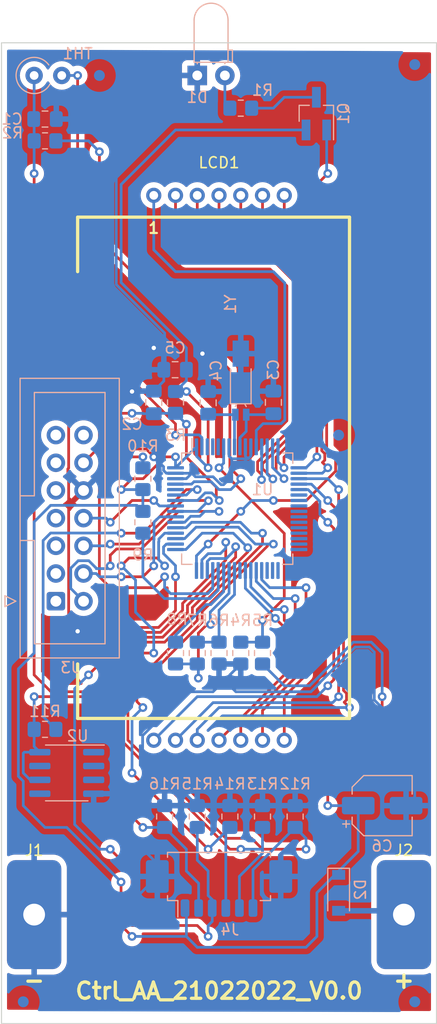
<source format=kicad_pcb>
(kicad_pcb (version 20211014) (generator pcbnew)
  (layers (0 "F.Cu" signal) (31 "B.Cu" signal) (34 "B.Paste" user) (35 "F.Paste" user) (36 "B.SilkS" user "B.Silkscreen") (37 "F.SilkS" user "F.Silkscreen") (38 "B.Mask" user) (39 "F.Mask" user) (44 "Edge.Cuts" user))
  (net 0 "")
  (net 1 "/TEMP1")
  (net 2 "GND")
  (net 3 "/Microcontrolador/~{RESET}")
  (net 4 "/Microcontrolador/XOUT")
  (net 5 "/Microcontrolador/XIN")
  (net 6 "VCC")
  (net 7 "Net-(D1-Pad2)")
  (net 8 "/VBAT")
  (net 10 "/Microcontrolador/TD0")
  (net 12 "/Microcontrolador/TD1")
  (net 14 "/Microcontrolador/TM5")
  (net 16 "/Microcontrolador/TCK")
  (net 21 "/ON_OFF")
  (net 22 "/ECO")
  (net 23 "/SUBIR")
  (net 24 "/BAJAR")
  (net 25 "/MODO")
  (net 26 "/S1")
  (net 27 "/S2")
  (net 28 "/S3")
  (net 29 "/S4")
  (net 30 "/S5")
  (net 31 "/S6")
  (net 32 "/S7")
  (net 33 "/C1")
  (net 34 "/C2")
  (net 35 "/C3")
  (net 36 "/C4")
  (net 37 "/S8")
  (net 38 "/S9")
  (net 39 "/S10")
  (net 40 "/TRANS")
  (net 41 "Net-(Q1-Pad3)")
  (net 42 "/TEMP3")
  (net 43 "/Microcontrolador/VLEVEL")
  (net 44 "/INT3")
  (net 45 "/INT2")
  (net 46 "/INT1")
  (net 47 "/Microcontrolador/PUL2")
  (net 48 "/Microcontrolador/PUL1")
  (net 49 "/Microcontrolador/REF1")
  (net 50 "/Microcontrolador/REF2")
  (net 51 "/TEMP2")
  (footprint "Libreria_Huellas_Ctrl_AA:SolderWirePad_5x10mm_2mmDrill" (layer "F.Cu") (at 128 120)
    (fp_text reference "J2")
    (fp_text value "Conn_01x01_Bateria" hide)
  )
  (footprint "Libreria_Huellas_Ctrl_AA:LCD_91_40898_110A0" (layer "F.Cu") (at 111 49)
    (fp_text reference "LCD1")
    (fp_text value "LCD" hide)
  )
  (footprint "Libreria_Huellas_Ctrl_AA:SolderWirePad_5x10mm_2mmDrill" (layer "F.Cu") (at 94 120)
    (fp_text reference "J1")
    (fp_text value "Conn_01x01_Bateria" hide)
  )
  (footprint "Fiducial:Fiducial_1mm_Mask3mm" (layer "B.Cu") (at 122 76)
    (fp_text reference "REF**" hide)
    (fp_text value "Fiducial_1mm_Mask3mm" hide)
  )
  (footprint "Libreria_Huellas_Ctrl_AA:R_0805_2012Metric_Pad1.20x1.40mm_HandSolder" (layer "B.Cu") (at 106 111 90)
    (fp_text reference "R16")
    (fp_text value "4M7" hide)
  )
  (footprint "Libreria_Huellas_Ctrl_AA:C_0805_2012Metric_Pad1.18x1.45mm_HandSolder" (layer "B.Cu") (at 105 73 90)
    (fp_text reference "C2")
    (fp_text value "0.01u" hide)
  )
  (footprint "Libreria_Huellas_Ctrl_AA:IDC-Header_2x07_P2.54mm_Vertical" (layer "B.Cu") (at 96 91.24)
    (fp_text reference "J3")
    (fp_text value "HEADER7X2_103309-2" hide)
  )
  (footprint "Libreria_Huellas_Ctrl_AA:R_0805_2012Metric_Pad1.20x1.40mm_HandSolder" (layer "B.Cu") (at 118 111 90)
    (fp_text reference "R12")
    (fp_text value "4M7" hide)
  )
  (footprint "Libreria_Huellas_Ctrl_AA:D_SOD-123" (layer "B.Cu") (at 122 118 -90)
    (fp_text reference "D2")
    (fp_text value "BAT46W-E3-08" hide)
  )
  (footprint "Libreria_Huellas_Ctrl_AA:R_Axial_DIN0309_L9.0mm_D3.2mm_P2.54mm_Vertical" (layer "B.Cu") (at 94 43)
    (fp_text reference "TH1")
    (fp_text value "NTCLE100E3221JB0" hide)
  )
  (footprint "Libreria_Huellas_Ctrl_AA:C_0805_2012Metric_Pad1.18x1.45mm_HandSolder" (layer "B.Cu") (at 106.9625 70 180)
    (fp_text reference "C5")
    (fp_text value "0.01")
  )
  (footprint "Fiducial:Fiducial_1mm_Mask3mm" (layer "B.Cu") (at 129 42 180)
    (fp_text reference "REF**" hide)
    (fp_text value "Fiducial_1mm_Mask3mm" hide)
  )
  (footprint "Libreria_Huellas_Ctrl_AA:R_0805_2012Metric_Pad1.20x1.40mm_HandSolder" (layer "B.Cu") (at 112 111 90)
    (fp_text reference "R14")
    (fp_text value "4M7" hide)
  )
  (footprint "Libreria_Huellas_Ctrl_AA:R_0805_2012Metric_Pad1.20x1.40mm_HandSolder" (layer "B.Cu") (at 109 111 90)
    (fp_text reference "R15")
    (fp_text value "4M7" hide)
  )
  (footprint "Libreria_Huellas_Ctrl_AA:LED_D3.0mm_Horizontal_O1.27mm_Z2.0mm" (layer "B.Cu") (at 109 43)
    (fp_text reference "D1")
    (fp_text value "TSAL6100" hide)
  )
  (footprint "Libreria_Huellas_Ctrl_AA:Crystal_SMD_MicroCrystal_MS3V-T1R" (layer "B.Cu") (at 113 71)
    (fp_text reference "Y1")
    (fp_text value "Cristal_MS3V-T1R" hide)
  )
  (footprint "Libreria_Huellas_Ctrl_AA:R_0805_2012Metric_Pad1.20x1.40mm_HandSolder" (layer "B.Cu") (at 95 49)
    (fp_text reference "R2")
    (fp_text value "4k7")
  )
  (footprint "Fiducial:Fiducial_1mm_Mask3mm" (layer "B.Cu") (at 129 128 180)
    (fp_text reference "REF**" hide)
    (fp_text value "Fiducial_1mm_Mask3mm" hide)
  )
  (footprint "Libreria_Huellas_Ctrl_AA:C_0805_2012Metric_Pad1.18x1.45mm_HandSolder" (layer "B.Cu") (at 95 47)
    (fp_text reference "C1")
    (fp_text value "0.1uF" hide)
  )
  (footprint "Libreria_Huellas_Ctrl_AA:SOIC-8_3.9x4.9mm_P1.27mm" (layer "B.Cu") (at 97 107 180)
    (fp_text reference "U2")
    (fp_text value "LM385S-2.5V" hide)
  )
  (footprint "Libreria_Huellas_Ctrl_AA:R_0805_2012Metric_Pad1.20x1.40mm_HandSolder" (layer "B.Cu") (at 107 73 -90)
    (fp_text reference "R3")
    (fp_text value "47k" hide)
  )
  (footprint "Libreria_Huellas_Ctrl_AA:C_0805_2012Metric_Pad1.18x1.45mm_HandSolder" (layer "B.Cu") (at 116 73 90)
    (fp_text reference "C3")
    (fp_text value "15p" hide)
  )
  (footprint "Libreria_Huellas_Ctrl_AA:R_0805_2012Metric_Pad1.20x1.40mm_HandSolder" (layer "B.Cu") (at 109 96 -90)
    (fp_text reference "R7")
    (fp_text value "1M")
  )
  (footprint "Libreria_Huellas_Ctrl_AA:R_0805_2012Metric_Pad1.20x1.40mm_HandSolder" (layer "B.Cu") (at 104 80 90)
    (fp_text reference "R10")
    (fp_text value "4M7" hide)
  )
  (footprint "Libreria_Huellas_Ctrl_AA:SOT-23_Handsoldering" (layer "B.Cu") (at 119.95 46.5 90)
    (fp_text reference "Q1")
    (fp_text value "FDV302P" hide)
  )
  (footprint "Libreria_Huellas_Ctrl_AA:LQFP-64-1EP_10x10mm_P0.5mm" (layer "B.Cu") (at 112.675 82.75 -90)
    (fp_text reference "U1")
    (fp_text value "MSP430F417IPM" hide)
  )
  (footprint "Libreria_Huellas_Ctrl_AA:R_0805_2012Metric_Pad1.20x1.40mm_HandSolder" (layer "B.Cu") (at 113 96 -90)
    (fp_text reference "R4")
    (fp_text value "4M7")
  )
  (footprint "Libreria_Huellas_Ctrl_AA:R_0805_2012Metric_Pad1.20x1.40mm_HandSolder" (layer "B.Cu") (at 113 46 180)
    (fp_text reference "R1")
    (fp_text value "47" hide)
  )
  (footprint "Fiducial:Fiducial_1mm_Mask3mm" (layer "B.Cu") (at 93 128 180)
    (fp_text reference "REF**" hide)
    (fp_text value "Fiducial_1mm_Mask3mm" hide)
  )
  (footprint "Libreria_Huellas_Ctrl_AA:C_0805_2012Metric_Pad1.18x1.45mm_HandSolder" (layer "B.Cu") (at 110 73.0375 90)
    (fp_text reference "C4")
    (fp_text value "15p" hide)
  )
  (footprint "Libreria_Huellas_Ctrl_AA:R_0805_2012Metric_Pad1.20x1.40mm_HandSolder" (layer "B.Cu") (at 115 111 90)
    (fp_text reference "R13")
    (fp_text value "4M7" hide)
  )
  (footprint "Fiducial:Fiducial_1mm_Mask3mm" (layer "B.Cu") (at 100 43 180)
    (fp_text reference "REF**" hide)
    (fp_text value "Fiducial_1mm_Mask3mm" hide)
  )
  (footprint "Libreria_Huellas_Ctrl_AA:R_0805_2012Metric_Pad1.20x1.40mm_HandSolder" (layer "B.Cu") (at 104 84 -90)
    (fp_text reference "R9")
    (fp_text value "4M7")
  )
  (footprint "Libreria_Huellas_Ctrl_AA:Molex_PicoBlade_53261-0671_1x06-1MP_P1.25mm_Horizontal" (layer "B.Cu") (at 111 117)
    (fp_text reference "J4")
    (fp_text value "MOLEX_53261-0671-6P" hide)
  )
  (footprint "Libreria_Huellas_Ctrl_AA:R_0805_2012Metric_Pad1.20x1.40mm_HandSolder" (layer "B.Cu") (at 107 96 -90)
    (fp_text reference "R8")
    (fp_text value "1M")
  )
  (footprint "Libreria_Huellas_Ctrl_AA:R_0805_2012Metric_Pad1.20x1.40mm_HandSolder" (layer "B.Cu") (at 95 103 180)
    (fp_text reference "R11")
    (fp_text value "200k" hide)
  )
  (footprint "Libreria_Huellas_Ctrl_AA:R_0805_2012Metric_Pad1.20x1.40mm_HandSolder" (layer "B.Cu") (at 115 96 90)
    (fp_text reference "R5")
    (fp_text value "4M7")
  )
  (footprint "Libreria_Huellas_Ctrl_AA:R_0805_2012Metric_Pad1.20x1.40mm_HandSolder" (layer "B.Cu") (at 111 96 -90)
    (fp_text reference "R6")
    (fp_text value "1M")
  )
  (footprint "Libreria_Huellas_Ctrl_AA:CP_Elec_5x5.3" (layer "B.Cu") (at 126 110)
    (fp_text reference "C6")
    (fp_text value "C_Polarizado" hide)
  )
  (gr_rect (start 91 40) (end 131 130) (layer "Edge.Cuts") (width 0.1) (fill none))
  (gr_text "+" (at 128 126) (layer "F.SilkS") (effects (font (size 1.5 1.5) (thickness 0.3))))
  (gr_text "Ctrl_AA_21022022_V0.0" (at 111 127) (layer "F.SilkS") (effects (font (size 1.5 1.5) (thickness 0.3))))
  (gr_text "-" (at 94 126) (layer "F.SilkS") (effects (font (size 1.5 1.5) (thickness 0.3))))
  (segment (start 111.618735 85.827825) (end 111.618735 87.474111) (width 0.25) (layer "F.Cu") (net 1))
  (segment (start 103.627604 94.100961) (end 100.825471 96.903094) (width 0.25) (layer "F.Cu") (net 1))
  (segment (start 94 98) (end 94 52) (width 0.25) (layer "F.Cu") (net 1))
  (segment (start 111.618735 87.474111) (end 107.65144 91.441406) (width 0.25) (layer "F.Cu") (net 1))
  (segment (start 107.65144 92.077124) (end 105.627604 94.10096) (width 0.25) (layer "F.Cu") (net 1))
  (segment (start 100.825471 98.538811) (end 99.813802 99.55048) (width 0.25) (layer "F.Cu") (net 1))
  (segment (start 100.825471 96.903094) (end 100.825471 98.538811) (width 0.25) (layer "F.Cu") (net 1))
  (segment (start 105.627604 94.10096) (end 103.627604 94.100961) (width 0.25) (layer "F.Cu") (net 1))
  (segment (start 99.813802 99.55048) (end 95.55048 99.55048) (width 0.25) (layer "F.Cu") (net 1))
  (segment (start 107.65144 91.441406) (end 107.65144 92.077124) (width 0.25) (layer "F.Cu") (net 1))
  (segment (start 95.55048 99.55048) (end 94 98) (width 0.25) (layer "F.Cu") (net 1))
  (via (at 94 52) (size 0.8) (drill 0.4) (layers "F.Cu" "B.Cu") (net 1))
  (via (at 111.618735 85.827825) (size 0.8) (drill 0.4) (layers "F.Cu" "B.Cu") (net 1))
  (segment (start 109.998316 86.87596) (end 109.425 87.449276) (width 0.25) (layer "B.Cu") (net 1))
  (segment (start 94 49) (end 94 52) (width 0.25) (layer "B.Cu") (net 1))
  (segment (start 94 47.0375) (end 93.9625 47) (width 0.25) (layer "B.Cu") (net 1))
  (segment (start 94 49) (end 94 47.0375) (width 0.25) (layer "B.Cu") (net 1))
  (segment (start 111.618735 85.827825) (end 111.618735 86.381265) (width 0.25) (layer "B.Cu") (net 1))
  (segment (start 111.12404 86.87596) (end 109.998316 86.87596) (width 0.25) (layer "B.Cu") (net 1))
  (segment (start 93.9625 47) (end 94 46.9625) (width 0.25) (layer "B.Cu") (net 1))
  (segment (start 111.618735 86.381265) (end 111.12404 86.87596) (width 0.25) (layer "B.Cu") (net 1))
  (segment (start 109.425 87.449276) (end 109.425 88.425) (width 0.25) (layer "B.Cu") (net 1))
  (segment (start 94 46.9625) (end 94 43) (width 0.25) (layer "B.Cu") (net 1))
  (segment (start 105.525 68.525) (end 105 68) (width 0.25) (layer "F.Cu") (net 2))
  (segment (start 104.300103 77.275489) (end 105 77.975386) (width 0.25) (layer "F.Cu") (net 2))
  (segment (start 97.174511 79.026499) (end 97.174511 72.825489) (width 0.25) (layer "F.Cu") (net 2))
  (segment (start 102.344511 77.275489) (end 104.300103 77.275489) (width 0.25) (layer "F.Cu") (net 2))
  (segment (start 98.54 81.08) (end 97.100505 79.640505) (width 0.25) (layer "F.Cu") (net 2))
  (segment (start 97.100505 79.640505) (end 97.174511 79.714511) (width 0.25) (layer "F.Cu") (net 2))
  (segment (start 97.174511 79.714511) (end 97.174511 93.174511) (width 0.25) (layer "F.Cu") (net 2))
  (segment (start 98.54 81.08) (end 102.344511 77.275489) (width 0.25) (layer "F.Cu") (net 2))
  (segment (start 97.100505 79.640505) (end 97.100505 79.100505) (width 0.25) (layer "F.Cu") (net 2))
  (segment (start 97.174511 72.825489) (end 98 72) (width 0.25) (layer "F.Cu") (net 2))
  (segment (start 97.100505 79.100505) (end 97.174511 79.026499) (width 0.25) (layer "F.Cu") (net 2))
  (segment (start 98 72) (end 103 72) (width 0.25) (layer "F.Cu") (net 2))
  (segment (start 97.174511 93.174511) (end 98 94) (width 0.25) (layer "F.Cu") (net 2))
  (segment (start 109.475 68.525) (end 105.525 68.525) (width 0.25) (layer "F.Cu") (net 2))
  (via (at 109.475 68.525) (size 0.8) (drill 0.4) (layers "F.Cu" "B.Cu") (net 2))
  (via (at 105 68) (size 0.8) (drill 0.4) (layers "F.Cu" "B.Cu") (net 2))
  (via (at 98 94) (size 0.8) (drill 0.4) (layers "F.Cu" "B.Cu") (net 2))
  (via (at 103 72) (size 0.8) (drill 0.4) (layers "F.Cu" "B.Cu") (net 2))
  (via (at 105 78) (size 0.8) (drill 0.4) (layers "F.Cu" "B.Cu") (net 2))
  (segment (start 108 80) (end 107 80) (width 0.25) (layer "B.Cu") (net 2))
  (segment (start 101.825 120) (end 105.325 116.5) (width 0.25) (layer "B.Cu") (net 2))
  (segment (start 103 110) (end 106 110) (width 0.25) (layer "B.Cu") (net 2))
  (segment (start 113.665486 78.17452) (end 113.670003 78.170003) (width 0.25) (layer "B.Cu") (net 2))
  (segment (start 120.275489 98.724511) (end 119.44952 99.55048) (width 0.25) (layer "B.Cu") (net 2))
  (segment (start 108.5 79.5) (end 108 80) (width 0.25) (layer "B.Cu") (net 2))
  (segment (start 120 110) (end 120 115) (width 0.25) (layer "B.Cu") (net 2))
  (segment (start 110 70) (end 111.475 68.525) (width 0.25) (layer "B.Cu") (net 2))
  (segment (start 101.905 108.905) (end 103 110) (width 0.25) (layer "B.Cu") (net 2))
  (segment (start 104 72) (end 103 72) (width 0.25) (layer "B.Cu") (net 2))
  (segment (start 111.475 68.525) (end 113 68.525) (width 0.25) (layer "B.Cu") (net 2))
  (segment (start 105.325 116.5) (end 105.325 115.325) (width 0.25) (layer "B.Cu") (net 2))
  (segment (start 105.925 70) (end 105.925 71.0375) (width 0.25) (layer "B.Cu") (net 2))
  (segment (start 108.825969 79.825969) (end 108.5 79.5) (width 0.25) (layer "B.Cu") (net 2))
  (segment (start 104 43) (end 109 43) (width 0.25) (layer "B.Cu") (net 2))
  (segment (start 101 47) (end 101.55048 47.55048) (width 0.25) (layer "B.Cu") (net 2))
  (segment (start 106 68) (end 106 69.925) (width 0.25) (layer "B.Cu") (net 2))
  (segment (start 105 68) (end 106 68) (width 0.25) (layer "B.Cu") (net 2))
  (segment (start 100 94) (end 98 94) (width 0.25) (layer "B.Cu") (net 2))
  (segment (start 106.775561 100.775561) (end 107.775561 99.775561) (width 0.25) (layer "B.Cu") (net 2))
  (segment (start 116 70) (end 116 71.9625) (width 0.25) (layer "B.Cu") (net 2))
  (segment (start 103.975489 104.975489) (end 103.975489 103.575633) (width 0.25) (layer "B.Cu") (net 2))
  (segment (start 122 107) (end 119 110) (width 0.25) (layer "B.Cu") (net 2))
  (segment (start 99 47) (end 100 47) (width 0.25) (layer "B.Cu") (net 2))
  (segment (start 105.325 115.325) (end 103 113) (width 0.25) (layer "B.Cu") (net 2))
  (segment (start 106 110) (end 112 110) (width 0.25) (layer "B.Cu") (net 2))
  (segment (start 119.44952 99.55048) (end 112.55048 99.55048) (width 0.25) (layer "B.Cu") (net 2))
  (segment (start 111.424906 80.55048) (end 111.186198 80.55048) (width 0.25) (layer "B.Cu") (net 2))
  (segment (start 105 71.9625) (end 104.0375 71.9625) (width 0.25) (layer "B.Cu") (net 2))
  (segment (start 124.813802 95.44952) (end 123.525866 95.44952) (width 0.25) (layer "B.Cu") (net 2))
  (segment (start 105.90048 78.90048) (end 105 78) (width 0.25) (layer "B.Cu") (net 2))
  (segment (start 111 97) (end 113 97) (width 0.25) (layer "B.Cu") (net 2))
  (segment (start 113.425 77.934034) (end 113.665486 78.17452) (width 0.25) (layer "B.Cu") (net 2))
  (segment (start 103 113) (end 103 110) (width 0.25) (layer "B.Cu") (net 2))
  (segment (start 112.17452 78.17452) (end 112.17452 80.275489) (width 0.25) (layer "B.Cu") (net 2))
  (segment (start 125.275489 95.911207) (end 124.813802 95.44952) (width 0.25) (layer "B.Cu") (net 2))
  (segment (start 101.55048 62.186198) (end 106 66.635718) (width 0.25) (layer "B.Cu") (net 2))
  (segment (start 111.699897 80.275489) (end 111.424906 80.55048) (width 0.25) (layer "B.Cu") (net 2))
  (segment (start 114.525 68.525) (end 116 70) (width 0.25) (layer "B.Cu") (net 2))
  (segment (start 128.2 107.2) (end 128 107) (width 0.25) (layer "B.Cu") (net 2))
  (segment (start 106 66.635718) (end 106 68) (width 0.25) (layer "B.Cu") (net 2))
  (segment (start 113 68.525) (end 114.525 68.525) (width 0.25) (layer "B.Cu") (net 2))
  (segment (start 99.475 108.905) (end 101.905 108.905) (width 0.25) (layer "B.Cu") (net 2))
  (segment (start 99 47) (end 101 47) (width 0.25) (layer "B.Cu") (net 2))
  (segment (start 103.975489 103.575633) (end 106.775561 100.775561) (width 0.25) (layer "B.Cu") (net 2))
  (segment (start 113.925 77.075) (end 113.925 77.915006) (width 0.25) (layer "B.Cu") (net 2))
  (segment (start 113.925 77.915006) (end 113.670003 78.170003) (width 0.25) (layer "B.Cu") (net 2))
  (segment (start 120 115) (end 118.5 116.5) (width 0.25) (layer "B.Cu") (net 2))
  (segment (start 125.275489 100.300103) (end 125.275489 95.911207) (width 0.25) (layer "B.Cu") (net 2))
  (segment (start 106.159994 79.5) (end 105.90048 79.240486) (width 0.25) (layer "B.Cu") (net 2))
  (segment (start 120.275489 98.699897) (end 120.275489 98.724511) (width 0.25) (layer "B.Cu") (net 2))
  (segment (start 128.2 110) (end 128.2 107.2) (width 0.25) (layer "B.Cu") (net 2))
  (segment (start 101.55048 47.55048) (end 101.55048 62.186198) (width 0.25) (layer "B.Cu") (net 2))
  (segment (start 110 71.925) (end 110 70) (width 0.25) (layer "B.Cu") (net 2))
  (segment (start 105.90048 79.240486) (end 105.90048 78.90048) (width 0.25) (layer "B.Cu") (net 2))
  (segment (start 105.925 71.0375) (end 105 71.9625) (width 0.25) (layer "B.Cu") (net 2))
  (segment (start 110.461687 79.825969) (end 108.825969 79.825969) (width 0.25) (layer "B.Cu") (net 2))
  (segment (start 119 110) (end 118 110) (width 0.25) (layer "B.Cu") (net 2))
  (segment (start 107 79.5) (end 106.159994 79.5) (width 0.25) (layer "B.Cu") (net 2))
  (segment (start 111 99) (end 111 97) (width 0.25) (layer "B.Cu") (net 2))
  (segment (start 108.000642 99.55048) (end 110.44952 99.55048) (width 0.25) (layer "B.Cu") (net 2))
  (segment (start 112 98) (end 113 97) (width 0.25) (layer "B.Cu") (net 2))
  (segment (start 118.5 116.5) (end 116.675 116.5) (width 0.25) (layer "B.Cu") (net 2))
  (segment (start 112 110) (end 115 110) (width 0.25) (layer "B.Cu") (net 2))
  (segment (start 112.55048 99.55048) (end 112 99) (width 0.25) (layer "B.Cu") (net 2))
  (segment (start 123.525866 95.44952) (end 120.275489 98.699897) (width 0.25) (layer "B.Cu") (net 2))
  (segment (start 104.0375 71.9625) (end 104 72) (width 0.25) (layer "B.Cu") (net 2))
  (segment (start 129 109.2) (end 129 104.024614) (width 0.25) (layer "B.Cu") (net 2))
  (segment (start 110.44952 99.55048) (end 111 99) (width 0.25) (layer "B.Cu") (net 2))
  (segment (start 113 68.525) (end 109.475 68.525) (width 0.25) (layer "B.Cu") (net 2))
  (segment (start 106.775561 100.775561) (end 100 94) (width 0.25) (layer "B.Cu") (net 2))
  (segment (start 94 120) (end 101.825 120) (width 0.25) (layer "B.Cu") (net 2))
  (segment (start 108.5 79.5) (end 107 79.5) (width 0.25) (layer "B.Cu") (net 2))
  (segment (start 111.925 77.075) (end 111.925 77.925) (width 0.25) (layer "B.Cu") (net 2))
  (segment (start 107.775561 99.775561) (end 108.000642 99.55048) (width 0.25) (layer "B.Cu") (net 2))
  (segment (start 128 107) (end 122 107) (width 0.25) (layer "B.Cu") (net 2))
  (segment (start 129 104.024614) (end 125.275489 100.300103) (width 0.25) (layer "B.Cu") (net 2))
  (segment (start 96.0375 47) (end 99 47) (width 0.25) (layer "B.Cu") (net 2))
  (segment (start 111.186198 80.55048) (end 110.461687 79.825969) (width 0.25) (layer "B.Cu") (net 2))
  (segment (start 109 110) (end 103.975489 104.975489) (width 0.25) (layer "B.Cu") (net 2))
  (segment (start 115 110) (end 118 110) (width 0.25) (layer "B.Cu") (net 2))
  (segment (start 111.925 77.925) (end 112.17452 78.17452) (width 0.25) (layer "B.Cu") (net 2))
  (segment (start 112.17452 78.17452) (end 113.665486 78.17452) (width 0.25) (layer "B.Cu") (net 2))
  (segment (start 112.17452 80.275489) (end 111.699897 80.275489) (width 0.25) (layer "B.Cu") (net 2))
  (segment (start 128.2 110) (end 129 109.2) (width 0.25) (layer "B.Cu") (net 2))
  (segment (start 118 110) (end 120 110) (width 0.25) (layer "B.Cu") (net 2))
  (segment (start 112 99) (end 112 98) (width 0.25) (layer "B.Cu") (net 2))
  (segment (start 113.425 77.075) (end 113.425 77.934034) (width 0.25) (layer "B.Cu") (net 2))
  (segment (start 100 47) (end 104 43) (width 0.25) (layer "B.Cu") (net 2))
  (segment (start 100 74) (end 103 74) (width 0.25) (layer "F.Cu") (net 3))
  (segment (start 110.749117 81.724727) (end 110.749117 80.773731) (width 0.25) (layer "F.Cu") (net 3))
  (segment (start 98.54 78.54) (end 100 77.08) (width 0.25) (layer "F.Cu") (net 3))
  (segment (start 110.749117 80.773731) (end 108 78.024614) (width 0.25) (layer "F.Cu") (net 3))
  (segment (start 108 78.024614) (end 108 75) (width 0.25) (layer "F.Cu") (net 3))
  (segment (start 100 77.08) (end 100 74) (width 0.25) (layer "F.Cu") (net 3))
  (segment (start 111.02379 81.9994) (end 110.749117 81.724727) (width 0.25) (layer "F.Cu") (net 3))
  (via (at 108 75) (size 0.8) (drill 0.4) (layers "F.Cu" "B.Cu") (net 3))
  (via (at 103 74) (size 0.8) (drill 0.4) (layers "F.Cu" "B.Cu") (net 3))
  (via (at 111.02379 81.9994) (size 0.8) (drill 0.4) (layers "F.Cu" "B.Cu") (net 3))
  (segment (start 104 74) (end 103 74) (width 0.25) (layer "B.Cu") (net 3))
  (segment (start 105 74.0375) (end 104.0375 74.0375) (width 0.25) (layer "B.Cu") (net 3))
  (segment (start 111.02379 81.9994) (end 110.749117 81.724727) (width 0.25) (layer "B.Cu") (net 3))
  (segment (start 110.324709 81.300095) (end 109.724519 81.300095) (width 0.25) (layer "B.Cu") (net 3))
  (segment (start 110.749117 81.724503) (end 110.324709 81.300095) (width 0.25) (layer "B.Cu") (net 3))
  (segment (start 105.0375 74) (end 105 74.0375) (width 0.25) (layer "B.Cu") (net 3))
  (segment (start 109.724519 81.300095) (end 109.024614 82) (width 0.25) (layer "B.Cu") (net 3))
  (segment (start 109.024614 82) (end 107 82) (width 0.25) (layer "B.Cu") (net 3))
  (segment (start 110.749117 81.724727) (end 110.749117 81.724503) (width 0.25) (layer "B.Cu") (net 3))
  (segment (start 107 74) (end 105.0375 74) (width 0.25) (layer "B.Cu") (net 3))
  (segment (start 104.0375 74.0375) (end 104 74) (width 0.25) (layer "B.Cu") (net 3))
  (segment (start 107 74) (end 108 75) (width 0.25) (layer "B.Cu") (net 3))
  (segment (start 115.9125 74.125) (end 113.5 74.125) (width 0.25) (layer "B.Cu") (net 4))
  (segment (start 113.5 75.659994) (end 112.925 76.234994) (width 0.25) (layer "B.Cu") (net 4))
  (segment (start 112.925 76.234994) (end 112.925 77.075) (width 0.25) (layer "B.Cu") (net 4))
  (segment (start 113.5 74.125) (end 113.5 75.659994) (width 0.25) (layer "B.Cu") (net 4))
  (segment (start 116 74.0375) (end 115.9125 74.125) (width 0.25) (layer "B.Cu") (net 4))
  (segment (start 110 74) (end 110.125 74.125) (width 0.25) (layer "B.Cu") (net 5))
  (segment (start 112.425 74.2) (end 112.425 77.075) (width 0.25) (layer "B.Cu") (net 5))
  (segment (start 110.125 74.125) (end 112.5 74.125) (width 0.25) (layer "B.Cu") (net 5))
  (segment (start 112.5 74.125) (end 112.425 74.2) (width 0.25) (layer "B.Cu") (net 5))
  (segment (start 110 74) (end 110 79) (width 0.25) (layer "F.Cu") (net 6))
  (segment (start 105.724511 78.300103) (end 104.024614 80) (width 0.25) (layer "F.Cu") (net 6))
  (segment (start 121 109) (end 121 110) (width 0.25) (layer "F.Cu") (net 6))
  (segment (start 108 72) (end 110 74) (width 0.25) (layer "F.Cu") (net 6))
  (segment (start 126 104) (end 121 109) (width 0.25) (layer "F.Cu") (net 6))
  (segment (start 105.724511 78) (end 105.724511 78.300103) (width 0.25) (layer "F.Cu") (net 6))
  (segment (start 107 78) (end 105.724511 78) (width 0.25) (layer "F.Cu") (net 6))
  (segment (start 103 80) (end 102 81) (width 0.25) (layer "F.Cu") (net 6))
  (segment (start 101.991984 120.991984) (end 103 122) (width 0.25) (layer "F.Cu") (net 6))
  (segment (start 126 100) (end 126 104) (width 0.25) (layer "F.Cu") (net 6))
  (segment (start 104.024614 80) (end 103 80) (width 0.25) (layer "F.Cu") (net 6))
  (segment (start 101.991984 117.008016) (end 101.991984 120.991984) (width 0.25) (layer "F.Cu") (net 6))
  (via (at 102 81) (size 0.8) (drill 0.4) (layers "F.Cu" "B.Cu") (net 6))
  (via (at 110 79) (size 0.8) (drill 0.4) (layers "F.Cu" "B.Cu") (net 6))
  (via (at 103 122) (size 0.8) (drill 0.4) (layers "F.Cu" "B.Cu") (net 6))
  (via (at 101.991984 117.008016) (size 0.8) (drill 0.4) (layers "F.Cu" "B.Cu") (net 6))
  (via (at 108 72) (size 0.8) (drill 0.4) (layers "F.Cu" "B.Cu") (net 6))
  (via (at 107 78) (size 0.8) (drill 0.4) (layers "F.Cu" "B.Cu") (net 6))
  (via (at 126 100) (size 0.8) (drill 0.4) (layers "F.Cu" "B.Cu") (net 6))
  (via (at 121 110) (size 0.8) (drill 0.4) (layers "F.Cu" "B.Cu") (net 6))
  (segment (start 93 110) (end 95 112) (width 0.25) (layer "B.Cu") (net 6))
  (segment (start 93 107.756072) (end 93 110) (width 0.25) (layer "B.Cu") (net 6))
  (segment (start 107.875 119.4) (end 107.875 119.691783) (width 0.25) (layer "B.Cu") (net 6))
  (segment (start 94 96) (end 92.55048 97.44952) (width 0.25) (layer "B.Cu") (net 6))
  (segment (start 123.8 114.2) (end 123.8 110) (width 0.25) (layer "B.Cu") (net 6))
  (segment (start 108 69) (end 108 70) (width 0.25) (layer "B.Cu") (net 6))
  (segment (start 108.925 77.075) (end 107 79) (width 0.25) (layer "B.Cu") (net 6))
  (segment (start 123.8 110) (end 121 110) (width 0.25) (layer "B.Cu") (net 6))
  (segment (start 110 79) (end 108.95048 77.95048) (width 0.25) (layer "B.Cu") (net 6))
  (segment (start 95.513501 82.445489) (end 94 83.95899) (width 0.25) (layer "B.Cu") (net 6))
  (segment (start 107 72) (end 108 72) (width 0.25) (layer "B.Cu") (net 6))
  (segment (start 119 123) (end 120 122) (width 0.25) (layer "B.Cu") (net 6))
  (segment (start 104 83) (end 103.445489 82.445489) (width 0.25) (layer "B.Cu") (net 6))
  (segment (start 108 70) (end 108 71) (width 0.25) (layer "B.Cu") (net 6))
  (segment (start 102 62) (end 108 68) (width 0.25) (layer "B.Cu") (net 6))
  (segment (start 117 99) (end 119.339669 99) (width 0.25) (layer "B.Cu") (net 6))
  (segment (start 119 48) (end 107 48) (width 0.25) (layer "B.Cu") (net 6))
  (segment (start 123.339669 95) (end 125 95) (width 0.25) (layer "B.Cu") (net 6))
  (segment (start 126 96) (end 126 100) (width 0.25) (layer "B.Cu") (net 6))
  (segment (start 108 68) (end 108 69) (width 0.25) (layer "B.Cu") (net 6))
  (segment (start 115 97) (end 117 99) (width 0.25) (layer "B.Cu") (net 6))
  (segment (start 108.95048 77.95048) (end 108.95048 77) (width 0.25) (layer "B.Cu") (net 6))
  (segment (start 101.991984 116.991984) (end 101.991984 117.008016) (width 0.25) (layer "B.Cu") (net 6))
  (segment (start 108 71) (end 107 72) (width 0.25) (layer "B.Cu") (net 6))
  (segment (start 95 112) (end 97 112) (width 0.25) (layer "B.Cu") (net 6))
  (segment (start 109 123) (end 119 123) (width 0.25) (layer "B.Cu") (net 6))
  (segment (start 92.55048 107.306552) (end 93 107.756072) (width 0.25) (layer "B.Cu") (net 6))
  (segment (start 108 119.816783) (end 108 122) (width 0.25) (layer "B.Cu") (net 6))
  (segment (start 119.339669 99) (end 123.339669 95) (width 0.25) (layer "B.Cu") (net 6))
  (segment (start 102 81) (end 104 81) (width 0.25) (layer "B.Cu") (net 6))
  (segment (start 97 112) (end 101.991984 116.991984) (width 0.25) (layer "B.Cu") (net 6))
  (segment (start 103.445489 82.445489) (end 95.513501 82.445489) (width 0.25) (layer "B.Cu") (net 6))
  (segment (start 122 116) (end 123.8 114.2) (width 0.25) (layer "B.Cu") (net 6))
  (segment (start 107.875 119.691783) (end 108 119.816783) (width 0.25) (layer "B.Cu") (net 6))
  (segment (start 120 118) (end 121.65 116.35) (width 0.25) (layer "B.Cu") (net 6))
  (segment (start 121.65 116.35) (end 122 116.35) (width 0.25) (layer "B.Cu") (net 6))
  (segment (start 104 83) (end 104 81) (width 0.25) (layer "B.Cu") (net 6))
  (segment (start 125 95) (end 126 96) (width 0.25) (layer "B.Cu") (net 6))
  (segment (start 122 116.35) (end 122 116) (width 0.25) (layer "B.Cu") (net 6))
  (segment (start 92.55048 97.44952) (end 92.55048 107.306552) (width 0.25) (layer "B.Cu") (net 6))
  (segment (start 120 122) (end 120 118) (width 0.25) (layer "B.Cu") (net 6))
  (segment (start 94 83.95899) (end 94 96) (width 0.25) (layer "B.Cu") (net 6))
  (segment (start 102 53) (end 102 62) (width 0.25) (layer "B.Cu") (net 6))
  (segment (start 108 122) (end 109 123) (width 0.25) (layer "B.Cu") (net 6))
  (segment (start 107 79) (end 107 78) (width 0.25) (layer "B.Cu") (net 6))
  (segment (start 103 122) (end 108 122) (width 0.25) (layer "B.Cu") (net 6))
  (segment (start 107 48) (end 102 53) (width 0.25) (layer "B.Cu") (net 6))
  (segment (start 111.54 43) (end 111.54 45.54) (width 0.25) (layer "B.Cu") (net 7))
  (segment (start 111.54 45.54) (end 112 46) (width 0.25) (layer "B.Cu") (net 7))
  (segment (start 127.65 119.65) (end 128 120) (width 0.5) (layer "B.Cu") (net 8))
  (segment (start 122 119.65) (end 127.65 119.65) (width 0.5) (layer "B.Cu") (net 8))
  (segment (start 101.024614 87) (end 101 87) (width 0.25) (layer "F.Cu") (net 10))
  (segment (start 101.575094 86.44952) (end 101.024614 87) (width 0.25) (layer "F.Cu") (net 10))
  (segment (start 107.271436 83) (end 106.623551 83.647885) (width 0.25) (layer "F.Cu") (net 10))
  (segment (start 106.623551 83.647885) (end 106.623551 83.672499) (width 0.25) (layer "F.Cu") (net 10))
  (segment (start 103.846529 86.44952) (end 101.575094 86.44952) (width 0.25) (layer "F.Cu") (net 10))
  (segment (start 111 83) (end 107.271436 83) (width 0.25) (layer "F.Cu") (net 10))
  (segment (start 101 87) (end 101 88) (width 0.25) (layer "F.Cu") (net 10))
  (segment (start 106.623551 83.672499) (end 103.846529 86.44952) (width 0.25) (layer "F.Cu") (net 10))
  (via (at 101 88) (size 0.8) (drill 0.4) (layers "F.Cu" "B.Cu") (net 10))
  (via (at 111 83) (size 0.8) (drill 0.4) (layers "F.Cu" "B.Cu") (net 10))
  (segment (start 99.714511 88.25048) (end 100.74952 88.25048) (width 0.25) (layer "B.Cu") (net 10))
  (segment (start 99.026499 87.525489) (end 99.714511 88.213501) (width 0.25) (layer "B.Cu") (net 10))
  (segment (start 108.390486 83.44952) (end 107.840006 84) (width 0.25) (layer "B.Cu") (net 10))
  (segment (start 98.54 91.24) (end 97.365489 90.065489) (width 0.25) (layer "B.Cu") (net 10))
  (segment (start 100.74952 88.25048) (end 101 88) (width 0.25) (layer "B.Cu") (net 10))
  (segment (start 109.68493 83) (end 109.235409 83.44952) (width 0.25) (layer "B.Cu") (net 10))
  (segment (start 107.840006 84) (end 107 84) (width 0.25) (layer "B.Cu") (net 10))
  (segment (start 98.053501 87.525489) (end 99.026499 87.525489) (width 0.25) (layer "B.Cu") (net 10))
  (segment (start 97.365489 88.213501) (end 98.053501 87.525489) (width 0.25) (layer "B.Cu") (net 10))
  (segment (start 97.365489 90.065489) (end 97.365489 88.213501) (width 0.25) (layer "B.Cu") (net 10))
  (segment (start 99.714511 88.213501) (end 99.714511 88.25048) (width 0.25) (layer "B.Cu") (net 10))
  (segment (start 109.235409 83.44952) (end 108.390486 83.44952) (width 0.25) (layer "B.Cu") (net 10))
  (segment (start 111 83) (end 109.68493 83) (width 0.25) (layer "B.Cu") (net 10))
  (segment (start 102 89) (end 104 89) (width 0.25) (layer "F.Cu") (net 12))
  (segment (start 104 89) (end 105 88) (width 0.25) (layer "F.Cu") (net 12))
  (via (at 105 88) (size 0.8) (drill 0.4) (layers "F.Cu" "B.Cu") (net 12))
  (via (at 102 89) (size 0.8) (drill 0.4) (layers "F.Cu" "B.Cu") (net 12))
  (segment (start 105 85.612493) (end 105.02452 85.587973) (width 0.25) (layer "B.Cu") (net 12))
  (segment (start 105.275489 83.724511) (end 105.300103 83.724511) (width 0.25) (layer "B.Cu") (net 12))
  (segment (start 98.54 88.7) (end 99.7 88.7) (width 0.25) (layer "B.Cu") (net 12))
  (segment (start 105 88) (end 105 85.612493) (width 0.25) (layer "B.Cu") (net 12))
  (segment (start 105.300103 83.724511) (end 105.524614 83.5) (width 0.25) (layer "B.Cu") (net 12))
  (segment (start 105.02452 83.97548) (end 105.275489 83.724511) (width 0.25) (layer "B.Cu") (net 12))
  (segment (start 105.02452 85.587973) (end 105.02452 83.97548) (width 0.25) (layer "B.Cu") (net 12))
  (segment (start 99.7 88.7) (end 100 89) (width 0.25) (layer "B.Cu") (net 12))
  (segment (start 100 89) (end 102 89) (width 0.25) (layer "B.Cu") (net 12))
  (segment (start 105.524614 83.5) (end 107 83.5) (width 0.25) (layer "B.Cu") (net 12))
  (segment (start 110 82) (end 107.635718 82) (width 0.25) (layer "F.Cu") (net 14))
  (segment (start 107.635718 82) (end 106.174031 83.461687) (width 0.25) (layer "F.Cu") (net 14))
  (segment (start 106.174031 83.461687) (end 106.174031 83.486301) (width 0.25) (layer "F.Cu") (net 14))
  (segment (start 106.174031 83.486301) (end 103.660332 86) (width 0.25) (layer "F.Cu") (net 14))
  (segment (start 103.660332 86) (end 101 86) (width 0.25) (layer "F.Cu") (net 14))
  (segment (start 110.024606 82.024606) (end 110 82) (width 0.25) (layer "F.Cu") (net 14))
  (via (at 110.024606 82.024606) (size 0.8) (drill 0.4) (layers "F.Cu" "B.Cu") (net 14))
  (via (at 101 86) (size 0.8) (drill 0.4) (layers "F.Cu" "B.Cu") (net 14))
  (segment (start 98.54 86.16) (end 100.84 86.16) (width 0.25) (layer "B.Cu") (net 14))
  (segment (start 110.024606 82.024606) (end 109.049212 83) (width 0.25) (layer "B.Cu") (net 14))
  (segment (start 100.84 86.16) (end 101 86) (width 0.25) (layer "B.Cu") (net 14))
  (segment (start 109.049212 83) (end 107 83) (width 0.25) (layer "B.Cu") (net 14))
  (segment (start 101 84) (end 103 82) (width 0.25) (layer "F.Cu") (net 16))
  (segment (start 103 82) (end 105 82) (width 0.25) (layer "F.Cu") (net 16))
  (via (at 101 84) (size 0.8) (drill 0.4) (layers "F.Cu" "B.Cu") (net 16))
  (via (at 105 82) (size 0.8) (drill 0.4) (layers "F.Cu" "B.Cu") (net 16))
  (segment (start 105 82) (end 105.024614 82) (width 0.25) (layer "B.Cu") (net 16))
  (segment (start 100.62 83.62) (end 101 84) (width 0.25) (layer "B.Cu") (net 16))
  (segment (start 105.024614 82) (end 105.524614 82.5) (width 0.25) (layer "B.Cu") (net 16))
  (segment (start 105.524614 82.5) (end 107 82.5) (width 0.25) (layer "B.Cu") (net 16))
  (segment (start 98.54 83.62) (end 100.62 83.62) (width 0.25) (layer "B.Cu") (net 16))
  (segment (start 104 95) (end 101.724511 97.275489) (width 0.25) (layer "F.Cu") (net 21))
  (segment (start 113.645236 86.330166) (end 113.645236 86.719046) (width 0.25) (layer "F.Cu") (net 21))
  (segment (start 101.724511 109.724511) (end 104 112) (width 0.25) (layer "F.Cu") (net 21))
  (segment (start 113.645236 86.719046) (end 108.55048 91.813802) (width 0.25) (layer "F.Cu") (net 21))
  (segment (start 108.55048 92.44952) (end 106 95) (width 0.25) (layer "F.Cu") (net 21))
  (segment (start 101.724511 97.275489) (end 101.724511 109.724511) (width 0.25) (layer "F.Cu") (net 21))
  (segment (start 106 95) (end 104 95) (width 0.25) (layer "F.Cu") (net 21))
  (segment (start 108.55048 91.813802) (end 108.55048 92.44952) (width 0.25) (layer "F.Cu") (net 21))
  (via (at 113.645236 86.330166) (size 0.8) (drill 0.4) (layers "F.Cu" "B.Cu") (net 21))
  (via (at 104 112) (size 0.8) (drill 0.4) (layers "F.Cu" "B.Cu") (net 21))
  (segment (start 108 116) (end 108 114) (width 0.25) (layer "B.Cu") (net 21))
  (segment (start 106 112) (end 104 112) (width 0.25) (layer "B.Cu") (net 21))
  (segment (start 109.125 119.4) (end 109.125 117.125) (width 0.25) (layer "B.Cu") (net 21))
  (segment (start 109.125 117.125) (end 108 116) (width 0.25) (layer "B.Cu") (net 21))
  (segment (start 107.94952 86.5) (end 107 86.5) (width 0.25) (layer "B.Cu") (net 21))
  (segment (start 109.44952 85) (end 107.94952 86.5) (width 0.25) (layer "B.Cu") (net 21))
  (segment (start 108 114) (end 106 112) (width 0.25) (layer "B.Cu") (net 21))
  (segment (start 113.645236 86.330166) (end 112.31507 85) (width 0.25) (layer "B.Cu") (net 21))
  (segment (start 112.31507 85) (end 109.44952 85) (width 0.25) (layer "B.Cu") (net 21))
  (segment (start 107 89) (end 107 92.092846) (width 0.25) (layer "F.Cu") (net 22))
  (segment (start 103 116) (end 103 121) (width 0.25) (layer "F.Cu") (net 22))
  (segment (start 101 114) (end 103 116) (width 0.25) (layer "F.Cu") (net 22))
  (segment (start 109 121) (end 110 122) (width 0.25) (layer "F.Cu") (net 22))
  (segment (start 105.441406 93.65144) (end 103.34856 93.65144) (width 0.25) (layer "F.Cu") (net 22))
  (segment (start 103 121) (end 109 121) (width 0.25) (layer "F.Cu") (net 22))
  (segment (start 107 92.092846) (end 105.441406 93.65144) (width 0.25) (layer "F.Cu") (net 22))
  (segment (start 103.34856 93.65144) (end 99 98) (width 0.25) (layer "F.Cu") (net 22))
  (via (at 107 89) (size 0.8) (drill 0.4) (layers "F.Cu" "B.Cu") (net 22))
  (via (at 110 122) (size 0.8) (drill 0.4) (layers "F.Cu" "B.Cu") (net 22))
  (via (at 99 98) (size 0.8) (drill 0.4) (layers "F.Cu" "B.Cu") (net 22))
  (via (at 101 114) (size 0.8) (drill 0.4) (layers "F.Cu" "B.Cu") (net 22))
  (segment (start 110.375 119.4) (end 110.375 118.625) (width 0.25) (layer "B.Cu") (net 22))
  (segment (start 106.159994 86) (end 105.90048 86.259514) (width 0.25) (layer "B.Cu") (net 22))
  (segment (start 110 121) (end 110.375 120.625) (width 0.25) (layer "B.Cu") (net 22))
  (segment (start 97.72596 111.72596) (end 100 114) (width 0.25) (layer "B.Cu") (net 22))
  (segment (start 107 86) (end 106.159994 86) (width 0.25) (layer "B.Cu") (net 22))
  (segment (start 110.375 118.625) (end 110 118.25) (width 0.25) (layer "B.Cu") (net 22))
  (segment (start 107 87.975386) (end 107 88) (width 0.25) (layer "B.Cu") (net 22))
  (segment (start 110 118.25) (end 110 116) (width 0.25) (layer "B.Cu") (net 22))
  (segment (start 99 98) (end 97.72596 99.27404) (width 0.25) (layer "B.Cu") (net 22))
  (segment (start 110 116) (end 109 115) (width 0.25) (layer "B.Cu") (net 22))
  (segment (start 110 122) (end 110 121) (width 0.25) (layer "B.Cu") (net 22))
  (segment (start 107 88) (end 107 89) (width 0.25) (layer "B.Cu") (net 22))
  (segment (start 105.90048 86.875866) (end 107 87.975386) (width 0.25) (layer "B.Cu") (net 22))
  (segment (start 97.72596 99.27404) (end 97.72596 111.72596) (width 0.25) (layer "B.Cu") (net 22))
  (segment (start 109 115) (end 109 112) (width 0.25) (layer "B.Cu") (net 22))
  (segment (start 110.375 120.625) (end 110.375 119.4) (width 0.25) (layer "B.Cu") (net 22))
  (segment (start 105.90048 86.259514) (end 105.90048 86.875866) (width 0.25) (layer "B.Cu") (net 22))
  (segment (start 100 114) (end 101 114) (width 0.25) (layer "B.Cu") (net 22))
  (segment (start 110 114) (end 103 107) (width 0.25) (layer "F.Cu") (net 23))
  (segment (start 115.44952 86.186198) (end 115.44952 86) (width 0.25) (layer "F.Cu") (net 23))
  (segment (start 106.174031 96.461687) (end 109.44952 93.186198) (width 0.25) (layer "F.Cu") (net 23))
  (segment (start 103.44952 100.44952) (end 103.44952 98.186198) (width 0.25) (layer "F.Cu") (net 23))
  (segment (start 103.44952 98.186198) (end 104.186198 97.44952) (width 0.25) (layer "F.Cu") (net 23))
  (segment (start 105.210812 97.44952) (end 106.174031 96.486301) (width 0.25) (layer "F.Cu") (net 23))
  (segment (start 106.174031 96.486301) (end 106.174031 96.461687) (width 0.25) (layer "F.Cu") (net 23))
  (segment (start 109.44952 92.186198) (end 115.44952 86.186198) (width 0.25) (layer "F.Cu") (net 23))
  (segment (start 104.186198 97.44952) (end 105.210812 97.44952) (width 0.25) (layer "F.Cu") (net 23))
  (segment (start 104 101) (end 103.44952 100.44952) (width 0.25) (layer "F.Cu") (net 23))
  (segment (start 115.44952 86) (end 116 86) (width 0.25) (layer "F.Cu") (net 23))
  (segment (start 109.44952 93.186198) (end 109.44952 92.186198) (width 0.25) (layer "F.Cu") (net 23))
  (via (at 116 86) (size 0.8) (drill 0.4) (layers "F.Cu" "B.Cu") (net 23))
  (via (at 110 114) (size 0.8) (drill 0.4) (layers "F.Cu" "B.Cu") (net 23))
  (via (at 104 101) (size 0.8) (drill 0.4) (layers "F.Cu" "B.Cu") (net 23))
  (via (at 103 107) (size 0.8) (drill 0.4) (layers "F.Cu" "B.Cu") (net 23))
  (segment (start 112.789188 84.44952) (end 114.339668 86) (width 0.25) (layer "B.Cu") (net 23))
  (segment (start 108.890486 84.44952) (end 112.789188 84.44952) (width 0.25) (layer "B.Cu") (net 23))
  (segment (start 107.840006 85.5) (end 108.890486 84.44952) (width 0.25) (layer "B.Cu") (net 23))
  (segment (start 107 85.5) (end 107.840006 85.5) (width 0.25) (layer "B.Cu") (net 23))
  (segment (start 103 102) (end 104 101) (width 0.25) (layer "B.Cu") (net 23))
  (segment (start 111.625 119.4) (end 111.625 112.375) (width 0.25) (layer "B.Cu") (net 23))
  (segment (start 114.339668 86) (end 116 86) (width 0.25) (layer "B.Cu") (net 23))
  (segment (start 111.625 112.375) (end 112 112) (width 0.25) (layer "B.Cu") (net 23))
  (segment (start 112 112) (end 110 114) (width 0.25) (layer "B.Cu") (net 23))
  (segment (start 103 107) (end 103 102) (width 0.25) (layer "B.Cu") (net 23))
  (segment (start 105 96) (end 104 96) (width 0.25) (layer "F.Cu") (net 24))
  (segment (start 102.724511 87.275489) (end 102 88) (width 0.25) (layer "F.Cu") (net 24))
  (segment (start 105.300103 87.275489) (end 102.724511 87.275489) (width 0.25) (layer "F.Cu") (net 24))
  (segment (start 102.174031 104.174031) (end 107 109) (width 0.25) (layer "F.Cu") (net 24))
  (segment (start 106 87.975386) (end 105.300103 87.275489) (width 0.25) (layer "F.Cu") (net 24))
  (segment (start 106 88) (end 106 87.975386) (width 0.25) (layer "F.Cu") (net 24))
  (segment (start 102.174031 97.825969) (end 102.174031 100) (width 0.25) (layer "F.Cu") (net 24))
  (segment (start 102.174031 100) (end 102.174031 104.174031) (width 0.25) (layer "F.Cu") (net 24))
  (segment (start 112 114) (end 113 114) (width 0.25) (layer "F.Cu") (net 24))
  (segment (start 107 109) (end 112 114) (width 0.25) (layer "F.Cu") (net 24))
  (segment (start 104 96) (end 102.174031 97.825969) (width 0.25) (layer "F.Cu") (net 24))
  (via (at 113 114) (size 0.8) (drill 0.4) (layers "F.Cu" "B.Cu") (net 24))
  (via (at 106 88) (size 0.8) (drill 0.4) (layers "F.Cu" "B.Cu") (net 24))
  (via (at 105 96) (size 0.8) (drill 0.4) (layers "F.Cu" "B.Cu") (net 24))
  (via (at 102 88) (size 0.8) (drill 0.4) (layers "F.Cu" "B.Cu") (net 24))
  (segment (start 105.44952 85.798691) (end 105.44952 87.424906) (width 0.25) (layer "B.Cu") (net 24))
  (segment (start 105.44952 87.424906) (end 105.724511 87.699897) (width 0.25) (layer "B.Cu") (net 24))
  (segment (start 112.875 119.4) (end 112.875 116.489282) (width 0.25) (layer "B.Cu") (net 24))
  (segment (start 106 85) (end 105.47404 85.52596) (width 0.25) (layer "B.Cu") (net 24))
  (segment (start 115 114.364282) (end 115 114) (width 0.25) (layer "B.Cu") (net 24))
  (segment (start 105.724511 87.724511) (end 106 88) (width 0.25) (layer "B.Cu") (net 24))
  (segment (start 103.325 89.300386) (end 103.325 92.25) (width 0.25) (layer "B.Cu") (net 24))
  (segment (start 115 114) (end 115 112) (width 0.25) (layer "B.Cu") (net 24))
  (segment (start 105.724511 87.699897) (end 105.724511 87.724511) (width 0.25) (layer "B.Cu") (net 24))
  (segment (start 102.024614 88) (end 103.325 89.300386) (width 0.25) (layer "B.Cu") (net 24))
  (segment (start 107 85) (end 106 85) (width 0.25) (layer "B.Cu") (net 24))
  (segment (start 105 93.925) (end 105 96) (width 0.25) (layer "B.Cu") (net 24))
  (segment (start 105.47404 85.52596) (end 105.47404 85.774171) (width 0.25) (layer "B.Cu") (net 24))
  (segment (start 102 88) (end 102.024614 88) (width 0.25) (layer "B.Cu") (net 24))
  (segment (start 115 114) (end 113 114) (width 0.25) (layer "B.Cu") (net 24))
  (segment (start 112.875 116.489282) (end 115 114.364282) (width 0.25) (layer "B.Cu") (net 24))
  (segment (start 105.47404 85.774171) (end 105.44952 85.798691) (width 0.25) (layer "B.Cu") (net 24))
  (segment (start 103.325 92.25) (end 105 93.925) (width 0.25) (layer "B.Cu") (net 24))
  (segment (start 115 86) (end 109 92) (width 0.25) (layer "F.Cu") (net 25))
  (segment (start 102.623551 103.987833) (end 111.635718 113) (width 0.25) (layer "F.Cu") (net 25))
  (segment (start 109 93) (end 105.724511 96.275489) (width 0.25) (layer "F.Cu") (net 25))
  (segment (start 105.024614 97) (end 103.635718 97) (width 0.25) (layer "F.Cu") (net 25))
  (segment (start 115 114) (end 119 114) (width 0.25) (layer "F.Cu") (net 25))
  (segment (start 115 85) (end 115 86) (width 0.25) (layer "F.Cu") (net 25))
  (segment (start 114 113) (end 115 114) (width 0.25) (layer "F.Cu") (net 25))
  (segment (start 102.623551 98.012167) (end 102.623551 103.987833) (width 0.25) (layer "F.Cu") (net 25))
  (segment (start 103.635718 97) (end 102.623551 98.012167) (width 0.25) (layer "F.Cu") (net 25))
  (segment (start 105.724511 96.275489) (end 105.724511 96.300103) (width 0.25) (layer "F.Cu") (net 25))
  (segment (start 105.724511 96.300103) (end 105.024614 97) (width 0.25) (layer "F.Cu") (net 25))
  (segment (start 109 92) (end 109 93) (width 0.25) (layer "F.Cu") (net 25))
  (segment (start 111.635718 113) (end 114 113) (width 0.25) (layer "F.Cu") (net 25))
  (via (at 115 85) (size 0.8) (drill 0.4) (layers "F.Cu" "B.Cu") (net 25))
  (via (at 119 114) (size 0.8) (drill 0.4) (layers "F.Cu" "B.Cu") (net 25))
  (segment (start 114.125 115.875) (end 118 112) (width 0.25) (layer "B.Cu") (net 25))
  (segment (start 114.125 119.4) (end 114.125 115.875) (width 0.25) (layer "B.Cu") (net 25))
  (segment (start 112.975386 84) (end 108.475724 84) (width 0.25) (layer "B.Cu") (net 25))
  (segment (start 107.975724 84.5) (end 107 84.5) (width 0.25) (layer "B.Cu") (net 25))
  (segment (start 118 112) (end 119 113) (width 0.25) (layer "B.Cu") (net 25))
  (segment (start 115 85) (end 113.975386 85) (width 0.25) (layer "B.Cu") (net 25))
  (segment (start 113.975386 85) (end 112.975386 84) (width 0.25) (layer "B.Cu") (net 25))
  (segment (start 119 113) (end 119 114) (width 0.25) (layer "B.Cu") (net 25))
  (segment (start 108.475724 84) (end 107.975724 84.5) (width 0.25) (layer "B.Cu") (net 25))
  (segment (start 116.712973 74.94952) (end 115.05048 74.94952) (width 0.25) (layer "B.Cu") (net 26))
  (segment (start 117.04952 74.612973) (end 116.712973 74.94952) (width 0.25) (layer "B.Cu") (net 26))
  (segment (start 116 61) (end 117.04952 62.04952) (width 0.25) (layer "B.Cu") (net 26))
  (segment (start 105 59) (end 107 61) (width 0.25) (layer "B.Cu") (net 26))
  (segment (start 107 61) (end 116 61) (width 0.25) (layer "B.Cu") (net 26))
  (segment (start 115.05048 74.94952) (end 114.425 75.575) (width 0.25) (layer "B.Cu") (net 26))
  (segment (start 105 54) (end 105 59) (width 0.25) (layer "B.Cu") (net 26))
  (segment (start 114.425 75.575) (end 114.425 77.075) (width 0.25) (layer "B.Cu") (net 26))
  (segment (start 117.04952 62.04952) (end 117.04952 74.612973) (width 0.25) (layer "B.Cu") (net 26))
  (segment (start 107 59) (end 107 54) (width 0.25) (layer "F.Cu") (net 27))
  (segment (start 118 62) (end 116 60) (width 0.25) (layer "F.Cu") (net 27))
  (segment (start 114.55048 78.44952) (end 118 75) (width 0.25) (layer "F.Cu") (net 27))
  (segment (start 114.912701 80.087299) (end 114.912701 79.622132) (width 0.25) (layer "F.Cu") (net 27))
  (segment (start 114.55048 79.25991) (end 114.55048 78.44952) (width 0.25) (layer "F.Cu") (net 27))
  (segment (start 108 60) (end 107 59) (width 0.25) (layer "F.Cu") (net 27))
  (segment (start 118 75) (end 118 62) (width 0.25) (layer "F.Cu") (net 27))
  (segment (start 114.912701 79.622132) (end 114.55048 79.25991) (width 0.25) (layer "F.Cu") (net 27))
  (segment (start 116 60) (end 108 60) (width 0.25) (layer "F.Cu") (net 27))
  (via (at 114.912701 80.087299) (size 0.8) (drill 0.4) (layers "F.Cu" "B.Cu") (net 27))
  (segment (start 114.912701 80.087299) (end 114.925 80.075) (width 0.25) (layer "B.Cu") (net 27))
  (segment (start 114.925 80.075) (end 114.925 77.075) (width 0.25) (layer "B.Cu") (net 27))
  (segment (start 115 78.635717) (end 118.44952 75.186197) (width 0.25) (layer "F.Cu") (net 28))
  (segment (start 118.44952 61.813803) (end 116.186198 59.55048) (width 0.25) (layer "F.Cu") (net 28))
  (segment (start 118.44952 75.186197) (end 118.44952 61.813803) (width 0.25) (layer "F.Cu") (net 28))
  (segment (start 115 79.073713) (end 115 78.635717) (width 0.25) (layer "F.Cu") (net 28))
  (segment (start 109.55048 59.55048) (end 109 59) (width 0.25) (layer "F.Cu") (net 28))
  (segment (start 115.951142 80.024855) (end 115 79.073713) (width 0.25) (layer "F.Cu") (net 28))
  (segment (start 109 59) (end 109 54) (width 0.25) (layer "F.Cu") (net 28))
  (segment (start 116.186198 59.55048) (end 109.55048 59.55048) (width 0.25) (layer "F.Cu") (net 28))
  (via (at 115.951142 80.024855) (size 0.8) (drill 0.4) (layers "F.Cu" "B.Cu") (net 28))
  (segment (start 115.425 79.575) (end 115.425 77.075) (width 0.25) (layer "B.Cu") (net 28))
  (segment (start 115.951142 80.024855) (end 115.874855 80.024855) (width 0.25) (layer "B.Cu") (net 28))
  (segment (start 115.874855 80.024855) (end 115.425 79.575) (width 0.25) (layer "B.Cu") (net 28))
  (segment (start 119 61.728564) (end 116.372396 59.10096) (width 0.25) (layer "F.Cu") (net 29))
  (segment (start 112.10096 59.10096) (end 111 58) (width 0.25) (layer "F.Cu") (net 29))
  (segment (start 116.250989 79.300103) (end 116.250989 78.020446) (width 0.25) (layer "F.Cu") (net 29))
  (segment (start 111 58) (end 111 54) (width 0.25) (layer "F.Cu") (net 29))
  (segment (start 116.250989 78.020446) (end 119 75.271435) (width 0.25) (layer "F.Cu") (net 29))
  (segment (start 116.950886 80) (end 116.250989 79.300103) (width 0.25) (layer "F.Cu") (net 29))
  (segment (start 116.372396 59.10096) (end 112.10096 59.10096) (width 0.25) (layer "F.Cu") (net 29))
  (segment (start 116.9755 80) (end 116.950886 80) (width 0.25) (layer "F.Cu") (net 29))
  (segment (start 119 75.271435) (end 119 61.728564) (width 0.25) (layer "F.Cu") (net 29))
  (via (at 116.9755 80) (size 0.8) (drill 0.4) (layers "F.Cu" "B.Cu") (net 29))
  (segment (start 116.9755 80) (end 116.950886 80) (width 0.25) (layer "B.Cu") (net 29))
  (segment (start 115.925 78.974114) (end 115.925 77.075) (width 0.25) (layer "B.Cu") (net 29))
  (segment (start 116.950886 80) (end 115.925 78.974114) (width 0.25) (layer "B.Cu") (net 29))
  (segment (start 113 58) (end 113 54) (width 0.25) (layer "F.Cu") (net 30))
  (segment (start 119.44952 61.542366) (end 116.558594 58.65144) (width 0.25) (layer "F.Cu") (net 30))
  (segment (start 119.44952 75.55048) (end 119.44952 61.542366) (width 0.25) (layer "F.Cu") (net 30))
  (segment (start 116.9755 78.0245) (end 119.44952 75.55048) (width 0.25) (layer "F.Cu") (net 30))
  (segment (start 116.558594 58.65144) (end 113.65144 58.65144) (width 0.25) (layer "F.Cu") (net 30))
  (segment (start 113.65144 58.65144) (end 113 58) (width 0.25) (layer "F.Cu") (net 30))
  (segment (start 116.9755 79) (end 116.9755 78.0245) (width 0.25) (layer "F.Cu") (net 30))
  (via (at 116.9755 79) (size 0.8) (drill 0.4) (layers "F.Cu" "B.Cu") (net 30))
  (segment (start 116.9755 79) (end 116.425 78.4495) (width 0.25) (layer "B.Cu") (net 30))
  (segment (start 116.425 78.4495) (end 116.425 77.075) (width 0.25) (layer "B.Cu") (net 30))
  (segment (start 115 57) (end 115 54) (width 0.25) (layer "F.Cu") (net 31))
  (segment (start 120 61.457129) (end 116.542871 58) (width 0.25) (layer "F.Cu") (net 31))
  (segment (start 116.542871 58) (end 116 58) (width 0.25) (layer "F.Cu") (net 31))
  (segment (start 116 58) (end 115 57) (width 0.25) (layer "F.Cu") (net 31))
  (segment (start 120 78) (end 120 61.457129) (width 0.25) (layer "F.Cu") (net 31))
  (via (at 120 78) (size 0.8) (drill 0.4) (layers "F.Cu" "B.Cu") (net 31))
  (segment (start 119 79) (end 120 78) (width 0.25) (layer "B.Cu") (net 31))
  (segment (start 118.35 79) (end 119 79) (width 0.25) (layer "B.Cu") (net 31))
  (segment (start 120.44952 77.424906) (end 120.44952 61.270932) (width 0.25) (layer "F.Cu") (net 32))
  (segment (start 117 57.821412) (end 117 54) (width 0.25) (layer "F.Cu") (net 32))
  (segment (start 120.724511 77.699897) (end 120.44952 77.424906) (width 0.25) (layer "F.Cu") (net 32))
  (segment (start 120.44952 61.270932) (end 117 57.821412) (width 0.25) (layer "F.Cu") (net 32))
  (segment (start 120.512307 78.512307) (end 120.724511 78.300103) (width 0.25) (layer "F.Cu") (net 32))
  (segment (start 121 79) (end 120.512307 78.512307) (width 0.25) (layer "F.Cu") (net 32))
  (segment (start 120.724511 78.300103) (end 120.724511 77.699897) (width 0.25) (layer "F.Cu") (net 32))
  (via (at 121 79) (size 0.8) (drill 0.4) (layers "F.Cu" "B.Cu") (net 32))
  (segment (start 118.35 79.5) (end 120.5 79.5) (width 0.25) (layer "B.Cu") (net 32))
  (segment (start 120.5 79.5) (end 121 79) (width 0.25) (layer "B.Cu") (net 32))
  (segment (start 119 90) (end 119 98) (width 0.25) (layer "F.Cu") (net 33))
  (segment (start 117 100) (end 117 104) (width 0.25) (layer "F.Cu") (net 33))
  (segment (start 119 98) (end 117 100) (width 0.25) (layer "F.Cu") (net 33))
  (via (at 119 90) (size 0.8) (drill 0.4) (layers "F.Cu" "B.Cu") (net 33))
  (segment (start 119 90) (end 115.659994 90) (width 0.25) (layer "B.Cu") (net 33))
  (segment (start 114.925 89.265006) (end 114.925 88.425) (width 0.25) (layer "B.Cu") (net 33))
  (segment (start 115.659994 90) (end 114.925 89.265006) (width 0.25) (layer "B.Cu") (net 33))
  (segment (start 115 104) (end 115 101.271436) (width 0.25) (layer "F.Cu") (net 34))
  (segment (start 115 101.271436) (end 118 98.271436) (width 0.25) (layer "F.Cu") (net 34))
  (segment (start 118 98.271436) (end 118 91) (width 0.25) (layer "F.Cu") (net 34))
  (via (at 118 91) (size 0.8) (drill 0.4) (layers "F.Cu" "B.Cu") (net 34))
  (segment (start 115.5 90.5) (end 116 91) (width 0.25) (layer "B.Cu") (net 34))
  (segment (start 116 91) (end 118 91) (width 0.25) (layer "B.Cu") (net 34))
  (segment (start 114.425 88.425) (end 114.425 89.425) (width 0.25) (layer "B.Cu") (net 34))
  (segment (start 114.425 89.425) (end 115.5 90.5) (width 0.25) (layer "B.Cu") (net 34))
  (segment (start 117.44952 98.186198) (end 113 102.635718) (width 0.25) (layer "F.Cu") (net 35))
  (segment (start 117 92) (end 117 93) (width 0.25) (layer "F.Cu") (net 35))
  (segment (start 117.44952 93.449521) (end 117.44952 98.186198) (width 0.25) (layer "F.Cu") (net 35))
  (segment (start 113 102.635718) (end 113 104) (width 0.25) (layer "F.Cu") (net 35))
  (segment (start 117 93) (end 117.44952 93.449521) (width 0.25) (layer "F.Cu") (net 35))
  (via (at 117 92) (size 0.8) (drill 0.4) (layers "F.Cu" "B.Cu") (net 35))
  (segment (start 117 92) (end 116 92) (width 0.25) (layer "B.Cu") (net 35))
  (segment (start 113.925 89.925) (end 113.925 88.425) (width 0.25) (layer "B.Cu") (net 35))
  (segment (start 116 92) (end 113.925 89.925) (width 0.25) (layer "B.Cu") (net 35))
  (segment (start 117 93.635718) (end 116.182141 92.817859) (width 0.25) (layer "F.Cu") (net 36))
  (segment (start 117 98) (end 117 93.635718) (width 0.25) (layer "F.Cu") (net 36))
  (segment (start 111 104) (end 117 98) (width 0.25) (layer "F.Cu") (net 36))
  (via (at 116.182141 92.817859) (size 0.8) (drill 0.4) (layers "F.Cu" "B.Cu") (net 36))
  (segment (start 113.425 90.060718) (end 113.425 88.425) (width 0.25) (layer "B.Cu") (net 36))
  (segment (start 116.182141 92.817859) (end 113.425 90.060718) (width 0.25) (layer "B.Cu") (net 36))
  (segment (start 122.44952 82.813802) (end 122 82.364282) (width 0.25) (layer "F.Cu") (net 37))
  (segment (start 122.44952 99.424906) (end 122.44952 82.813802) (width 0.25) (layer "F.Cu") (net 37))
  (segment (start 122 82.364282) (end 122 81) (width 0.25) (layer "F.Cu") (net 37))
  (segment (start 122.724511 100.300103) (end 122.724511 99.699897) (width 0.25) (layer "F.Cu") (net 37))
  (segment (start 123 101) (end 122.512307 100.512307) (width 0.25) (layer "F.Cu") (net 37))
  (segment (start 122.724511 99.699897) (end 122.44952 99.424906) (width 0.25) (layer "F.Cu") (net 37))
  (segment (start 122.512307 100.512307) (end 122.724511 100.300103) (width 0.25) (layer "F.Cu") (net 37))
  (via (at 123 101) (size 0.8) (drill 0.4) (layers "F.Cu" "B.Cu") (net 37))
  (via (at 122 81) (size 0.8) (drill 0.4) (layers "F.Cu" "B.Cu") (net 37))
  (segment (start 109 104) (end 109 103) (width 0.25) (layer "B.Cu") (net 37))
  (segment (start 122 81) (end 121 80) (width 0.25) (layer "B.Cu") (net 37))
  (segment (start 111 101) (end 119 101) (width 0.25) (layer "B.Cu") (net 37))
  (segment (start 119 101) (end 120 101) (width 0.25) (layer "B.Cu") (net 37))
  (segment (start 120 101) (end 123 101) (width 0.25) (layer "B.Cu") (net 37))
  (segment (start 121 80) (end 118.35 80) (width 0.25) (layer "B.Cu") (net 37))
  (segment (start 109 103) (end 111 101) (width 0.25) (layer "B.Cu") (net 37))
  (segment (start 122 100) (end 122 92) (width 0.25) (layer "F.Cu") (net 38))
  (segment (start 122 83) (end 121 82) (width 0.25) (layer "F.Cu") (net 38))
  (segment (start 122 92) (end 122 83) (width 0.25) (layer "F.Cu") (net 38))
  (via (at 121 82) (size 0.8) (drill 0.4) (layers "F.Cu" "B.Cu") (net 38))
  (via (at 122 100) (size 0.8) (drill 0.4) (layers "F.Cu" "B.Cu") (net 38))
  (segment (start 121 100.55048) (end 121.44952 100.55048) (width 0.25) (layer "B.Cu") (net 38))
  (segment (start 119.5 80.5) (end 118.35 80.5) (width 0.25) (layer "B.Cu") (net 38))
  (segment (start 120.44952 100.55048) (end 110.44952 100.55048) (width 0.25) (layer "B.Cu") (net 38))
  (segment (start 121 82) (end 119.5 80.5) (width 0.25) (layer "B.Cu") (net 38))
  (segment (start 110.44952 100.55048) (end 107 104) (width 0.25) (layer "B.Cu") (net 38))
  (segment (start 120.44952 100.55048) (end 121 100.55048) (width 0.25) (layer "B.Cu") (net 38))
  (segment (start 121.44952 100.55048) (end 122 100) (width 0.25) (layer "B.Cu") (net 38))
  (segment (start 121.55048 84.55048) (end 121.55048 98.44952) (width 0.25) (layer "F.Cu") (net 39))
  (segment (start 121.55048 98.44952) (end 121 99) (width 0.25) (layer "F.Cu") (net 39))
  (segment (start 121 84) (end 121.55048 84.55048) (width 0.25) (layer "F.Cu") (net 39))
  (via (at 121 84) (size 0.8) (drill 0.4) (layers "F.Cu" "B.Cu") (net 39))
  (via (at 121 99) (size 0.8) (drill 0.4) (layers "F.Cu" "B.Cu") (net 39))
  (segment (start 120.275489 82.085483) (end 119.190006 81) (width 0.25) (layer "B.Cu") (net 39))
  (segment (start 119.190006 81) (end 119 81) (width 0.25) (layer "B.Cu") (net 39))
  (segment (start 120 100) (end 121 99) (width 0.25) (layer "B.Cu") (net 39))
  (segment (start 109 100) (end 119 100) (width 0.25) (layer "B.Cu") (net 39))
  (segment (start 119 100) (end 120 100) (width 0.25) (layer "B.Cu") (net 39))
  (segment (start 121 84) (end 120.275489 83.275489) (width 0.25) (layer "B.Cu") (net 39))
  (segment (start 120.275489 83.275489) (end 120.275489 82.085483) (width 0.25) (layer "B.Cu") (net 39))
  (segment (start 105 104) (end 109 100) (width 0.25) (layer "B.Cu") (net 39))
  (segment (start 118 55) (end 118 58.185694) (width 0.25) (layer "F.Cu") (net 40))
  (segment (start 120.89904 77.238708) (end 121.724511 78.064179) (width 0.25) (layer "F.Cu") (net 40))
  (segment (start 121.724511 79.300103) (end 119.024614 82) (width 0.25) (layer "F.Cu") (net 40))
  (segment (start 120.89904 61.084735) (end 120.89904 77.238708) (width 0.25) (layer "F.Cu") (net 40))
  (segment (start 110 86) (end 113 83) (width 0.25) (layer "F.Cu") (net 40))
  (segment (start 118 58.185694) (end 120.89904 61.084735) (width 0.25) (layer "F.Cu") (net 40))
  (segment (start 121.724511 78.064179) (end 121.724511 79.300103) (width 0.25) (layer "F.Cu") (net 40))
  (segment (start 119.024614 82) (end 116 82) (width 0.25) (layer "F.Cu") (net 40))
  (segment (start 121 52) (end 118 55) (width 0.25) (layer "F.Cu") (net 40))
  (via (at 113 83) (size 0.8) (drill 0.4) (layers "F.Cu" "B.Cu") (net 40))
  (via (at 110 86) (size 0.8) (drill 0.4) (layers "F.Cu" "B.Cu") (net 40))
  (via (at 121 52) (size 0.8) (drill 0.4) (layers "F.Cu" "B.Cu") (net 40))
  (via (at 116 82) (size 0.8) (drill 0.4) (layers "F.Cu" "B.Cu") (net 40))
  (segment (start 113 83) (end 114 82) (width 0.25) (layer "B.Cu") (net 40))
  (segment (start 108.925 88.425) (end 108.925 87.075) (width 0.25) (layer "B.Cu") (net 40))
  (segment (start 108.925 87.075) (end 110 86) (width 0.25) (layer "B.Cu") (net 40))
  (segment (start 121 52) (end 120.9 51.9) (width 0.25) (layer "B.Cu") (net 40))
  (segment (start 120.9 51.9) (end 120.9 48) (width 0.25) (layer "B.Cu") (net 40))
  (segment (start 114 82) (end 116 82) (width 0.25) (layer "B.Cu") (net 40))
  (segment (start 116 46) (end 117 45) (width 0.25) (layer "B.Cu") (net 41))
  (segment (start 114 46) (end 116 46) (width 0.25) (layer "B.Cu") (net 41))
  (segment (start 117 45) (end 119.95 45) (width 0.25) (layer "B.Cu") (net 41))
  (segment (start 113 80) (end 112 79) (width 0.25) (layer "F.Cu") (net 42))
  (segment (start 112 70.025386) (end 100 58.025386) (width 0.25) (layer "F.Cu") (net 42))
  (segment (start 112 79) (end 112 70.025386) (width 0.25) (layer "F.Cu") (net 42))
  (segment (start 100 58.025386) (end 100 50) (width 0.25) (layer "F.Cu") (net 42))
  (via (at 100 50) (size 0.8) (drill 0.4) (layers "F.Cu" "B.Cu") (net 42))
  (via (at 113 80) (size 0.8) (drill 0.4) (layers "F.Cu" "B.Cu") (net 42))
  (segment (start 96 49) (end 99 49) (width 0.25) (layer "B.Cu") (net 42))
  (segment (start 113 80.085726) (end 112.085726 81) (width 0.25) (layer "B.Cu") (net 42))
  (segment (start 110.275489 80.275489) (end 108.699897 80.275489) (width 0.25) (layer "B.Cu") (net 42))
  (segment (start 112.085726 81) (end 111 81) (width 0.25) (layer "B.Cu") (net 42))
  (segment (start 108.699897 80.275489) (end 108.475386 80.5) (width 0.25) (layer "B.Cu") (net 42))
  (segment (start 108.475386 80.5) (end 107 80.5) (width 0.25) (layer "B.Cu") (net 42))
  (segment (start 111 81) (end 110.275489 80.275489) (width 0.25) (layer "B.Cu") (net 42))
  (segment (start 113 80) (end 113 80.085726) (width 0.25) (layer "B.Cu") (net 42))
  (segment (start 99 49) (end 100 50) (width 0.25) (layer "B.Cu") (net 42))
  (segment (start 117 86) (end 117 90.975386) (width 0.25) (layer "F.Cu") (net 43))
  (segment (start 115 92.975386) (end 115 93) (width 0.25) (layer "F.Cu") (net 43))
  (segment (start 117 85.024614) (end 117 86) (width 0.25) (layer "F.Cu") (net 43))
  (segment (start 111 79.024614) (end 117 85.024614) (width 0.25) (layer "F.Cu") (net 43))
  (segment (start 117 90.975386) (end 115 92.975386) (width 0.25) (layer "F.Cu") (net 43))
  (segment (start 111 79) (end 111 79.024614) (width 0.25) (layer "F.Cu") (net 43))
  (via (at 111 79) (size 0.8) (drill 0.4) (layers "F.Cu" "B.Cu") (net 43))
  (via (at 115 93) (size 0.8) (drill 0.4) (layers "F.Cu" "B.Cu") (net 43))
  (segment (start 111.425 78.575) (end 111 79) (width 0.25) (layer "B.Cu") (net 43))
  (segment (start 111.425 77.075) (end 111.425 78.575) (width 0.25) (layer "B.Cu") (net 43))
  (segment (start 113 95) (end 115 95) (width 0.25) (layer "B.Cu") (net 43))
  (segment (start 115 95) (end 115 93) (width 0.25) (layer "B.Cu") (net 43))
  (segment (start 110.225 93.375) (end 109.896436 93.375) (width 0.25) (layer "F.Cu") (net 44))
  (segment (start 109.896436 93.375) (end 109.1 94.171436) (width 0.25) (layer "F.Cu") (net 44))
  (segment (start 109.1 94.171436) (end 109.1 98.3) (width 0.25) (layer "F.Cu") (net 44))
  (via (at 109.1 98.3) (size 0.8) (drill 0.4) (layers "F.Cu" "B.Cu") (net 44))
  (via (at 110.225 93.375) (size 0.8) (drill 0.4) (layers "F.Cu" "B.Cu") (net 44))
  (segment (start 110.225 93.375) (end 110.2 93.35) (width 0.25) (layer "B.Cu") (net 44))
  (segment (start 107 97) (end 109 97) (width 0.25) (layer "B.Cu") (net 44))
  (segment (start 110.2 93.35) (end 110.2 92.234296) (width 0.25) (layer "B.Cu") (net 44))
  (segment (start 109 97) (end 109.1 97.1) (width 0.25) (layer "B.Cu") (net 44))
  (segment (start 110.2 92.234296) (end 111.925 90.509296) (width 0.25) (layer "B.Cu") (net 44))
  (segment (start 111.925 90.509296) (end 111.925 88.425) (width 0.25) (layer "B.Cu") (net 44))
  (segment (start 109.1 97.1) (end 109.1 98.3) (width 0.25) (layer "B.Cu") (net 44))
  (segment (start 111 92.070014) (end 111 95) (width 0.25) (layer "B.Cu") (net 45))
  (segment (start 112.425 88.425) (end 112.425 90.645014) (width 0.25) (layer "B.Cu") (net 45))
  (segment (start 109 95) (end 111 95) (width 0.25) (layer "B.Cu") (net 45))
  (segment (start 112.425 90.645014) (end 111 92.070014) (width 0.25) (layer "B.Cu") (net 45))
  (segment (start 107 94.364283) (end 107 95) (width 0.25) (layer "B.Cu") (net 46))
  (segment (start 111.425 90.373579) (end 110.248098 91.55048) (width 0.25) (layer "B.Cu") (net 46))
  (segment (start 110.248098 91.55048) (end 109.813803 91.55048) (width 0.25) (layer "B.Cu") (net 46))
  (segment (start 111.425 88.425) (end 111.425 90.373579) (width 0.25) (layer "B.Cu") (net 46))
  (segment (start 109.813803 91.55048) (end 107 94.364283) (width 0.25) (layer "B.Cu") (net 46))
  (segment (start 104 89) (end 105.55048 90.550479) (width 0.25) (layer "B.Cu") (net 47))
  (segment (start 105.55048 90.550479) (end 105.55048 90.562787) (width 0.25) (layer "B.Cu") (net 47))
  (segment (start 105.987693 91) (end 110.162862 91) (width 0.25) (layer "B.Cu") (net 47))
  (segment (start 105.55048 90.562787) (end 105.987693 91) (width 0.25) (layer "B.Cu") (net 47))
  (segment (start 104 85) (end 104 89) (width 0.25) (layer "B.Cu") (net 47))
  (segment (start 110.162862 91) (end 110.925 90.237862) (width 0.25) (layer "B.Cu") (net 47))
  (segment (start 110.925 90.237862) (end 110.925 88.425) (width 0.25) (layer "B.Cu") (net 47))
  (segment (start 100 80.255718) (end 102.255718 78) (width 0.25) (layer "F.Cu") (net 48))
  (segment (start 100 89) (end 100 80.255718) (width 0.25) (layer "F.Cu") (net 48))
  (segment (start 102.255718 78) (end 104 78) (width 0.25) (layer "F.Cu") (net 48))
  (segment (start 105 90) (end 101 90) (width 0.25) (layer "F.Cu") (net 48))
  (segment (start 101 90) (end 100 89) (width 0.25) (layer "F.Cu") (net 48))
  (segment (start 106 89) (end 105 90) (width 0.25) (layer "F.Cu") (net 48))
  (via (at 106 89) (size 0.8) (drill 0.4) (layers "F.Cu" "B.Cu") (net 48))
  (via (at 104 78) (size 0.8) (drill 0.4) (layers "F.Cu" "B.Cu") (net 48))
  (segment (start 109.976664 90.55048) (end 110.425 90.102144) (width 0.25) (layer "B.Cu") (net 48))
  (segment (start 106 90) (end 106.55048 90.55048) (width 0.25) (layer "B.Cu") (net 48))
  (segment (start 106.55048 90.55048) (end 109.976664 90.55048) (width 0.25) (layer "B.Cu") (net 48))
  (segment (start 104 79) (end 104 78) (width 0.25) (layer "B.Cu") (net 48))
  (segment (start 106 89) (end 106 90) (width 0.25) (layer "B.Cu") (net 48))
  (segment (start 110.425 90.102144) (end 110.425 88.425) (width 0.25) (layer "B.Cu") (net 48))
  (segment (start 108 81) (end 105.724511 83.275489) (width 0.25) (layer "F.Cu") (net 49))
  (segment (start 109 81) (end 108 81) (width 0.25) (layer "F.Cu") (net 49))
  (segment (start 105.724511 83.275489) (end 105.724511 83.300103) (width 0.25) (layer "F.Cu") (net 49))
  (segment (start 104.024614 85) (end 102 85) (width 0.25) (layer "F.Cu") (net 49))
  (segment (start 105.724511 83.300103) (end 104.024614 85) (width 0.25) (layer "F.Cu") (net 49))
  (via (at 109 81) (size 0.8) (drill 0.4) (layers "F.Cu" "B.Cu") (net 49))
  (via (at 102 85) (size 0.8) (drill 0.4) (layers "F.Cu" "B.Cu") (net 49))
  (segment (start 108.5 81) (end 109 81) (width 0.25) (layer "B.Cu") (net 49))
  (segment (start 94.825489 85.673501) (end 94.825489 101.825489) (width 0.25) (layer "B.Cu") (net 49))
  (segment (start 108 81.5) (end 108.5 81) (width 0.25) (layer "B.Cu") (net 49))
  (segment (start 95.513501 84.985489) (end 94.825489 85.673501) (width 0.25) (layer "B.Cu") (net 49))
  (segment (start 102 85) (end 101.985489 84.985489) (width 0.25) (layer "B.Cu") (net 49))
  (segment (start 107 81.5) (end 108 81.5) (width 0.25) (layer "B.Cu") (net 49))
  (segment (start 94.825489 101.825489) (end 96 103) (width 0.25) (layer "B.Cu") (net 49))
  (segment (start 101.985489 84.985489) (end 95.513501 84.985489) (width 0.25) (layer "B.Cu") (net 49))
  (segment (start 112.52966 87.198904) (end 108.10096 91.627604) (width 0.25) (layer "F.Cu") (net 50))
  (segment (start 112.52966 86.239188) (end 112.52966 87.198904) (width 0.25) (layer "F.Cu") (net 50))
  (segment (start 101.274991 97.089291) (end 101.274991 98.725009) (width 0.25) (layer "F.Cu") (net 50))
  (segment (start 100 100) (end 94 100) (width 0.25) (layer "F.Cu") (net 50))
  (segment (start 101.274991 98.725009) (end 100 100) (width 0.25) (layer "F.Cu") (net 50))
  (segment (start 108.10096 92.263322) (end 105.813802 94.55048) (width 0.25) (layer "F.Cu") (net 50))
  (segment (start 103.55048 94.813803) (end 101.274991 97.089291) (width 0.25) (layer "F.Cu") (net 50))
  (segment (start 105.813802 94.55048) (end 103.813802 94.55048) (width 0.25) (layer "F.Cu") (net 50))
  (segment (start 103.813802 94.55048) (end 103.55048 94.813803) (width 0.25) (layer "F.Cu") (net 50))
  (segment (start 108.10096 91.627604) (end 108.10096 92.263322) (width 0.25) (layer "F.Cu") (net 50))
  (via (at 112.52966 86.239188) (size 0.8) (drill 0.4) (layers "F.Cu" "B.Cu") (net 50))
  (via (at 94 100) (size 0.8) (drill 0.4) (layers "F.Cu" "B.Cu") (net 50))
  (segment (start 109.925 87.584994) (end 109.925 88.425) (width 0.25) (layer "B.Cu") (net 50))
  (segment (start 112.52966 86.47034) (end 111.67452 87.32548) (width 0.25) (layer "B.Cu") (net 50))
  (segment (start 110.184514 87.32548) (end 109.925 87.584994) (width 0.25) (layer "B.Cu") (net 50))
  (segment (start 94 103) (end 94 104.57) (width 0.25) (layer "B.Cu") (net 50))
  (segment (start 112.52966 86.239188) (end 112.52966 86.47034) (width 0.25) (layer "B.Cu") (net 50))
  (segment (start 93 107) (end 93.635 107.635) (width 0.25) (layer "B.Cu") (net 50))
  (segment (start 93.095 105.095) (end 93 105.19) (width 0.25) (layer "B.Cu") (net 50))
  (segment (start 111.67452 87.32548) (end 110.184514 87.32548) (width 0.25) (layer "B.Cu") (net 50))
  (segment (start 93.635 107.635) (end 94.525 107.635) (width 0.25) (layer "B.Cu") (net 50))
  (segment (start 94 103) (end 94 101) (width 0.25) (layer "B.Cu") (net 50))
  (segment (start 94 101) (end 94 100) (width 0.25) (layer "B.Cu") (net 50))
  (segment (start 94.525 105.095) (end 93.095 105.095) (width 0.25) (layer "B.Cu") (net 50))
  (segment (start 94 104.57) (end 94.525 105.095) (width 0.25) (layer "B.Cu") (net 50))
  (segment (start 93 105.19) (end 93 107) (width 0.25) (layer "B.Cu") (net 50))
  (segment (start 98 43) (end 98 65.975386) (width 0.25) (layer "F.Cu") (net 51))
  (segment (start 98 65.975386) (end 107 74.975386) (width 0.25) (layer "F.Cu") (net 51))
  (segment (start 107 74.975386) (end 107 76) (width 0.25) (layer "F.Cu") (net 51))
  (via (at 98 43) (size 0.8) (drill 0.4) (layers "F.Cu" "B.Cu") (net 51))
  (via (at 107 76) (size 0.8) (drill 0.4) (layers "F.Cu" "B.Cu") (net 51))
  (segment (start 96.54 43) (end 98 43) (width 0.25) (layer "B.Cu") (net 51))
  (segment (start 109.165486 75.97548) (end 109.425 76.234994) (width 0.25) (layer "B.Cu") (net 51))
  (segment (start 109.425 76.234994) (end 109.425 77.075) (width 0.25) (layer "B.Cu") (net 51))
  (segment (start 107 76) (end 107.02452 75.97548) (width 0.25) (layer "B.Cu") (net 51))
  (segment (start 107.02452 75.97548) (end 109.165486 75.97548) (width 0.25) (layer "B.Cu") (net 51))
  (zone (net 2) (net_name "GND") (layer "F.Cu") (connect_pads (clearance 0.508)) (min_thickness 0.254) (fill yes (thermal_gap 0.508) (thermal_bridge_width 0.508))
    (polygon (pts (xy 130.725 40.875) (xy 130.85 128.85) (xy 91.225 128.725) (xy 91.575 40.7) (xy 91.575 40.65)))
  )
  (zone (net 2) (net_name "GND") (layer "B.Cu") (connect_pads (clearance 0.508)) (min_thickness 0.254) (fill yes (thermal_gap 0.508) (thermal_bridge_width 0.508))
    (polygon (pts (xy 130.825 40.775) (xy 130.875 128.95) (xy 91.125 128.85) (xy 91.325 40.625)))
  )
)
</source>
